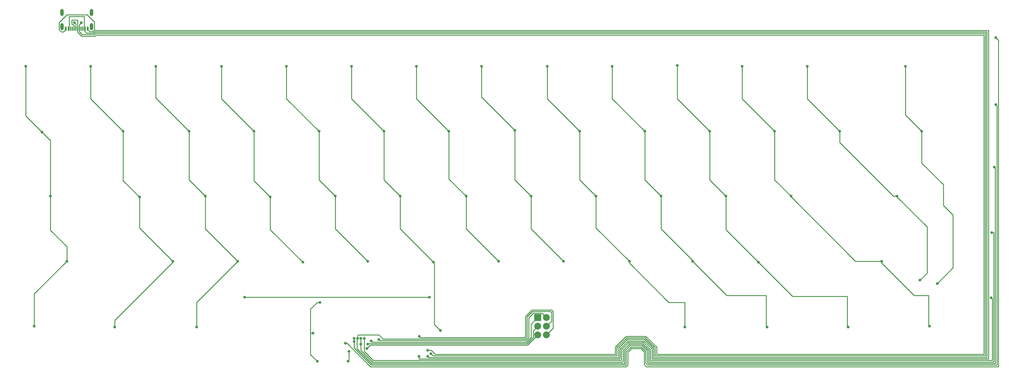
<source format=gbr>
%TF.GenerationSoftware,KiCad,Pcbnew,(6.0.8)*%
%TF.CreationDate,2023-01-01T11:03:00+00:00*%
%TF.ProjectId,USBKB,5553424b-422e-46b6-9963-61645f706362,rev?*%
%TF.SameCoordinates,Original*%
%TF.FileFunction,Copper,L1,Top*%
%TF.FilePolarity,Positive*%
%FSLAX46Y46*%
G04 Gerber Fmt 4.6, Leading zero omitted, Abs format (unit mm)*
G04 Created by KiCad (PCBNEW (6.0.8)) date 2023-01-01 11:03:00*
%MOMM*%
%LPD*%
G01*
G04 APERTURE LIST*
%TA.AperFunction,ComponentPad*%
%ADD10O,1.000000X2.100000*%
%TD*%
%TA.AperFunction,SMDPad,CuDef*%
%ADD11R,0.600000X1.150000*%
%TD*%
%TA.AperFunction,SMDPad,CuDef*%
%ADD12R,0.300000X1.150000*%
%TD*%
%TA.AperFunction,ComponentPad*%
%ADD13R,2.000000X2.000000*%
%TD*%
%TA.AperFunction,ComponentPad*%
%ADD14C,2.000000*%
%TD*%
%TA.AperFunction,ViaPad*%
%ADD15C,0.800000*%
%TD*%
%TA.AperFunction,Conductor*%
%ADD16C,0.250000*%
%TD*%
G04 APERTURE END LIST*
D10*
%TO.P,U1,*%
%TO.N,*%
X45220002Y-26945000D03*
X36580002Y-26945000D03*
X36580002Y-22765000D03*
X45220002Y-22765000D03*
D11*
%TO.P,U1,A1/B12,GND*%
%TO.N,Net-(C1-Pad1)*%
X44100002Y-27520000D03*
%TO.P,U1,A4/B9,VBUS*%
%TO.N,Net-(U1-PadA4/B9)*%
X43300002Y-27520000D03*
D12*
%TO.P,U1,A5,CC1*%
%TO.N,unconnected-(U1-PadA5)*%
X42150002Y-27520000D03*
%TO.P,U1,A6,DP*%
%TO.N,Net-(R1-Pad2)*%
X41150002Y-27520000D03*
%TO.P,U1,A7,DN*%
%TO.N,Net-(R2-Pad2)*%
X40650002Y-27520000D03*
%TO.P,U1,A8,SBU1*%
%TO.N,unconnected-(U1-PadA8)*%
X39650002Y-27520000D03*
D11*
%TO.P,U1,B1/A12,GND*%
%TO.N,Net-(C1-Pad1)*%
X37700002Y-27520000D03*
%TO.P,U1,B4/A9,VBUS*%
%TO.N,Net-(U1-PadA4/B9)*%
X38500002Y-27520000D03*
D12*
%TO.P,U1,B5,CC2*%
%TO.N,unconnected-(U1-PadB5)*%
X39150002Y-27520000D03*
%TO.P,U1,B6,DP*%
%TO.N,Net-(R1-Pad2)*%
X40150002Y-27520000D03*
%TO.P,U1,B7,DN*%
%TO.N,Net-(R2-Pad2)*%
X41650002Y-27520000D03*
%TO.P,U1,B8,SUB2*%
%TO.N,unconnected-(U1-PadB8)*%
X42650002Y-27520000D03*
%TD*%
D13*
%TO.P,U2,1,MISO*%
%TO.N,/ROW1*%
X175730000Y-111960000D03*
D14*
%TO.P,U2,2,Vcc*%
%TO.N,Net-(U1-PadA4/B9)*%
X178270000Y-111960000D03*
%TO.P,U2,3,SCK*%
%TO.N,/ROW3*%
X175730000Y-114500000D03*
%TO.P,U2,4,MOSI*%
%TO.N,/ROW2*%
X178270000Y-114500000D03*
%TO.P,U2,5,RST*%
%TO.N,Net-(U2-Pad5)*%
X175730000Y-117040000D03*
%TO.P,U2,6,GND*%
%TO.N,Net-(C1-Pad1)*%
X178270000Y-117040000D03*
%TD*%
D15*
%TO.N,Net-(C1-Pad1)*%
X141000000Y-123250000D03*
X141050000Y-117475500D03*
%TO.N,/ROW2*%
X123000000Y-118000000D03*
X309225500Y-68000000D03*
%TO.N,/COL1*%
X54500000Y-57500000D03*
X69000000Y-95500000D03*
X59250000Y-76750000D03*
X52000000Y-114750000D03*
X44997978Y-38493818D03*
%TO.N,/COL11*%
X290250000Y-114500000D03*
X249750000Y-76500000D03*
X276250000Y-95500000D03*
X245000000Y-57500000D03*
X235500000Y-38500000D03*
%TO.N,/ROW3*%
X308500000Y-87175000D03*
X124000000Y-118000000D03*
X125975402Y-119725402D03*
X124000000Y-119750000D03*
%TO.N,/COL5*%
X145250000Y-95750000D03*
X135500000Y-76500000D03*
X130750000Y-57500000D03*
X147250000Y-115750000D03*
X121250000Y-38500000D03*
%TO.N,/ROW1*%
X122000000Y-119000000D03*
X122000000Y-118000000D03*
X127000000Y-118825500D03*
X309620495Y-49675000D03*
%TO.N,/COL13*%
X288000000Y-57500000D03*
X283250000Y-38500000D03*
X292500000Y-102000000D03*
%TO.N,/ROW0*%
X119500000Y-119500000D03*
X309620495Y-30175000D03*
%TO.N,/COL3*%
X83248960Y-38499999D03*
X107000000Y-95750000D03*
X97500000Y-76750000D03*
X92750000Y-57500000D03*
%TO.N,/COL0*%
X28500000Y-114500000D03*
X38000000Y-95500000D03*
X26000000Y-38500000D03*
X30750000Y-57750000D03*
X33250000Y-76500000D03*
%TO.N,/COL8*%
X178500000Y-38500000D03*
X218750000Y-114750000D03*
X202500000Y-95500000D03*
X188000000Y-57500000D03*
X192750000Y-76500000D03*
%TO.N,/COL12*%
X264000000Y-57500000D03*
X287500000Y-101000000D03*
X280750000Y-76500000D03*
X254500000Y-38500000D03*
%TO.N,/COL4*%
X126000000Y-95500000D03*
X116500000Y-76500000D03*
X111750000Y-57500000D03*
X102250000Y-38500000D03*
%TO.N,/ROW4*%
X308325500Y-106175000D03*
X144000000Y-106000000D03*
X125000000Y-118000000D03*
X90000000Y-106000000D03*
%TO.N,/COL10*%
X216500000Y-38250000D03*
X226000000Y-57500000D03*
X230750000Y-76500000D03*
X266500000Y-114750000D03*
X240250000Y-95750000D03*
%TO.N,/COL6*%
X154750000Y-76500000D03*
X149750000Y-57500000D03*
X164250000Y-95500000D03*
X140250000Y-38500000D03*
%TO.N,/COL7*%
X159250000Y-38500000D03*
X169000000Y-57250000D03*
X183250000Y-95500000D03*
X173750000Y-76500000D03*
%TO.N,/COL9*%
X221000000Y-95500000D03*
X242750000Y-114750000D03*
X207000000Y-57500000D03*
X197500000Y-38500000D03*
X211750000Y-76500000D03*
%TO.N,/COL2*%
X88000000Y-95500000D03*
X63999364Y-38493818D03*
X78500000Y-76500000D03*
X76000000Y-114750000D03*
X73750000Y-57500000D03*
%TO.N,Net-(R1-Pad2)*%
X143500000Y-121500000D03*
%TO.N,Net-(R2-Pad2)*%
X40264720Y-25735132D03*
X42250000Y-25750000D03*
X144500000Y-122500000D03*
%TO.N,Net-(U2-Pad5)*%
X125737701Y-120987701D03*
%TO.N,Net-(U1-PadA4/B9)*%
X111250000Y-124750000D03*
X120250000Y-124750000D03*
X110000000Y-116500000D03*
X112000000Y-107500000D03*
X143500000Y-123325500D03*
X129250000Y-118375500D03*
X120500000Y-121825500D03*
%TD*%
D16*
%TO.N,Net-(C1-Pad1)*%
X35755002Y-27836726D02*
X35755002Y-25744998D01*
X307450000Y-124050000D02*
X305250000Y-124050000D01*
X36418276Y-28500000D02*
X35755002Y-27836726D01*
X46090004Y-28000000D02*
X307250000Y-28000000D01*
X46045002Y-27954998D02*
X45655000Y-28345000D01*
X141324500Y-117750000D02*
X141050000Y-117475500D01*
X38000000Y-23500000D02*
X44000000Y-23500000D01*
X305250000Y-124050000D02*
X209110806Y-124050000D01*
X44000000Y-23500000D02*
X46045002Y-25545002D01*
X199750000Y-121188471D02*
X199750000Y-124000000D01*
X206755238Y-118760699D02*
X202177772Y-118760699D01*
X180000000Y-124050000D02*
X141000000Y-124050000D01*
X46045002Y-27954998D02*
X46090004Y-28000000D01*
X37000000Y-28500000D02*
X36418276Y-28500000D01*
X46045002Y-25545002D02*
X46045002Y-27954998D01*
X180200000Y-110200000D02*
X179735000Y-109735000D01*
X37700002Y-27520000D02*
X37700002Y-27799998D01*
X174032208Y-109735000D02*
X172155406Y-111611802D01*
X199700000Y-124050000D02*
X180000000Y-124050000D01*
X179735000Y-109735000D02*
X174032208Y-109735000D01*
X180200000Y-115110000D02*
X180200000Y-110200000D01*
X45655000Y-28345000D02*
X44650002Y-28345000D01*
X178270000Y-117040000D02*
X180200000Y-115110000D01*
X44100002Y-27795000D02*
X44100002Y-27520000D01*
X199750000Y-124000000D02*
X199700000Y-124050000D01*
X172155406Y-111611802D02*
X172155406Y-117432614D01*
X171838020Y-117750000D02*
X141324500Y-117750000D01*
X209110806Y-124000000D02*
X209110806Y-121116267D01*
X307500000Y-38500000D02*
X307500000Y-124000000D01*
X37700002Y-27799998D02*
X37000000Y-28500000D01*
X141000000Y-124050000D02*
X141000000Y-123250000D01*
X307500000Y-28000000D02*
X307500000Y-38500000D01*
X44650002Y-28345000D02*
X44100002Y-27795000D01*
X172155406Y-117432614D02*
X171838020Y-117750000D01*
X307500000Y-124000000D02*
X307450000Y-124050000D01*
X209110806Y-121116267D02*
X206755238Y-118760699D01*
X35755002Y-25744998D02*
X38000000Y-23500000D01*
X307250000Y-28000000D02*
X307500000Y-28000000D01*
X202177772Y-118760699D02*
X199750000Y-121188471D01*
X209110806Y-124050000D02*
X209110806Y-124000000D01*
%TO.N,/ROW2*%
X309500000Y-68274500D02*
X309225500Y-68000000D01*
X122886396Y-121113604D02*
X122886396Y-118113604D01*
X123000000Y-117250000D02*
X123000000Y-118000000D01*
X179435000Y-110185000D02*
X174218604Y-110185000D01*
X201100000Y-125400000D02*
X201100000Y-121747659D01*
X202736960Y-120110699D02*
X206196050Y-120110699D01*
X179750000Y-110500000D02*
X179435000Y-110185000D01*
X201100000Y-121747659D02*
X202736960Y-120110699D01*
X172024416Y-118200000D02*
X130450000Y-118200000D01*
X207760806Y-121675455D02*
X207760806Y-125085806D01*
X172605406Y-117619010D02*
X172024416Y-118200000D01*
X309500000Y-125400000D02*
X309500000Y-68274500D01*
X174218604Y-110185000D02*
X172605406Y-111798198D01*
X208075000Y-125400000D02*
X309500000Y-125400000D01*
X207760806Y-125085806D02*
X208075000Y-125400000D01*
X127172792Y-125400000D02*
X122886396Y-121113604D01*
X127422792Y-125400000D02*
X201100000Y-125400000D01*
X122886396Y-118113604D02*
X123000000Y-118000000D01*
X123250000Y-117000000D02*
X123000000Y-117250000D01*
X127422792Y-125400000D02*
X127172792Y-125400000D01*
X172605406Y-111798198D02*
X172605406Y-117619010D01*
X179750000Y-113020000D02*
X179750000Y-110500000D01*
X130450000Y-118200000D02*
X129250000Y-117000000D01*
X178270000Y-114500000D02*
X179750000Y-113020000D01*
X206196050Y-120110699D02*
X207760806Y-121675455D01*
X129250000Y-117000000D02*
X123250000Y-117000000D01*
%TO.N,/COL1*%
X54500000Y-57500000D02*
X54500000Y-72000000D01*
X52000000Y-112761059D02*
X52000000Y-114750000D01*
X59250000Y-76750000D02*
X59250000Y-85750000D01*
X44997978Y-47997978D02*
X54500000Y-57500000D01*
X54500000Y-72000000D02*
X59250000Y-76750000D01*
X59250000Y-85750000D02*
X69000000Y-95500000D01*
X44997978Y-38493818D02*
X44997978Y-47997978D01*
X69000000Y-95500000D02*
X69000000Y-95761059D01*
X69000000Y-95761059D02*
X52000000Y-112761059D01*
%TO.N,/COL11*%
X235500000Y-48000000D02*
X245000000Y-57500000D01*
X276250000Y-95500000D02*
X276250000Y-95990764D01*
X285759236Y-105500000D02*
X290000000Y-105500000D01*
X245000000Y-57500000D02*
X245000000Y-71750000D01*
X290000000Y-114250000D02*
X290250000Y-114500000D01*
X249750000Y-76634764D02*
X268615236Y-95500000D01*
X268615236Y-95500000D02*
X276250000Y-95500000D01*
X249750000Y-76500000D02*
X249750000Y-76634764D01*
X276250000Y-95990764D02*
X285759236Y-105500000D01*
X235500000Y-38500000D02*
X235500000Y-48000000D01*
X245000000Y-71750000D02*
X249750000Y-76500000D01*
X290000000Y-105500000D02*
X290000000Y-114250000D01*
%TO.N,/ROW3*%
X124000000Y-119750000D02*
X124000000Y-118000000D01*
X309050000Y-124950000D02*
X309050000Y-87175000D01*
X171000000Y-119550000D02*
X127000000Y-119550000D01*
X200386396Y-124950000D02*
X200650000Y-124686396D01*
X127450000Y-124950000D02*
X124000000Y-121500000D01*
X200650000Y-124686396D02*
X200650000Y-121561263D01*
X172583604Y-119550000D02*
X171000000Y-119550000D01*
X208261396Y-124950000D02*
X309050000Y-124950000D01*
X200650000Y-121561263D02*
X202550564Y-119660699D01*
X174066802Y-118066802D02*
X172583604Y-119550000D01*
X127609188Y-124950000D02*
X200386396Y-124950000D01*
X208210806Y-121489059D02*
X208210806Y-124899410D01*
X124000000Y-121500000D02*
X124000000Y-119750000D01*
X126150804Y-119550000D02*
X125975402Y-119725402D01*
X206382446Y-119660699D02*
X208210806Y-121489059D01*
X127609188Y-124950000D02*
X127450000Y-124950000D01*
X174405000Y-117728604D02*
X174066802Y-118066802D01*
X127000000Y-119550000D02*
X126150804Y-119550000D01*
X208210806Y-124899410D02*
X208261396Y-124950000D01*
X309050000Y-87175000D02*
X308500000Y-87175000D01*
X174405000Y-115825000D02*
X174405000Y-117728604D01*
X175730000Y-114500000D02*
X174405000Y-115825000D01*
X202550564Y-119660699D02*
X206382446Y-119660699D01*
%TO.N,/COL5*%
X145500000Y-114000000D02*
X147250000Y-115750000D01*
X121250000Y-38500000D02*
X121250000Y-48000000D01*
X121250000Y-48000000D02*
X130750000Y-57500000D01*
X135500000Y-76500000D02*
X135500000Y-86000000D01*
X135500000Y-86000000D02*
X145250000Y-95750000D01*
X145500000Y-96000000D02*
X145500000Y-114000000D01*
X145250000Y-95750000D02*
X145500000Y-96000000D01*
X130750000Y-71750000D02*
X135500000Y-76500000D01*
X130750000Y-57500000D02*
X130750000Y-71750000D01*
%TO.N,/ROW1*%
X122000000Y-120863604D02*
X122000000Y-119000000D01*
X206009654Y-120560699D02*
X202923356Y-120560699D01*
X122000000Y-119000000D02*
X122000000Y-118000000D01*
X207310806Y-125322202D02*
X207310806Y-121861851D01*
X173748604Y-113941396D02*
X173748604Y-117748604D01*
X201550000Y-125613604D02*
X201313604Y-125850000D01*
X127274500Y-119100000D02*
X127000000Y-118825500D01*
X207310806Y-121861851D02*
X206009654Y-120560699D01*
X202923356Y-120560699D02*
X201550000Y-121934055D01*
X175730000Y-111960000D02*
X173748604Y-113941396D01*
X201550000Y-121934055D02*
X201550000Y-125613604D01*
X309675000Y-49675000D02*
X309950000Y-49950000D01*
X309620495Y-49675000D02*
X309675000Y-49675000D01*
X309950000Y-125850000D02*
X207838604Y-125850000D01*
X309950000Y-49950000D02*
X309950000Y-125850000D01*
X201313604Y-125850000D02*
X126986396Y-125850000D01*
X126986396Y-125850000D02*
X122000000Y-120863604D01*
X171500000Y-119100000D02*
X127274500Y-119100000D01*
X172397208Y-119100000D02*
X171500000Y-119100000D01*
X173748604Y-117748604D02*
X172397208Y-119100000D01*
X207838604Y-125850000D02*
X207310806Y-125322202D01*
%TO.N,/COL13*%
X297095006Y-90154994D02*
X297095006Y-97404994D01*
X283250000Y-38500000D02*
X283250000Y-52750000D01*
X294299006Y-73072993D02*
X294299006Y-79200994D01*
X297095006Y-97404994D02*
X292500000Y-102000000D01*
X283250000Y-52750000D02*
X288000000Y-57500000D01*
X294299006Y-79200994D02*
X297095006Y-81996994D01*
X288000000Y-66773987D02*
X294299006Y-73072993D01*
X297095006Y-81996994D02*
X297095006Y-90154994D01*
X288000000Y-57500000D02*
X288000000Y-66773987D01*
%TO.N,/ROW0*%
X203109752Y-121010699D02*
X205823258Y-121010699D01*
X207475000Y-126300000D02*
X310400000Y-126300000D01*
X206860806Y-125685806D02*
X207475000Y-126300000D01*
X120000000Y-119500000D02*
X126800000Y-126300000D01*
X310400000Y-126300000D02*
X310400000Y-30954505D01*
X206860806Y-122048247D02*
X206860806Y-125685806D01*
X310400000Y-30954505D02*
X309620495Y-30175000D01*
X201500000Y-126300000D02*
X202000000Y-125800000D01*
X119500000Y-119500000D02*
X120000000Y-119500000D01*
X126800000Y-126300000D02*
X201500000Y-126300000D01*
X202000000Y-122120451D02*
X203109752Y-121010699D01*
X205823258Y-121010699D02*
X206860806Y-122048247D01*
X202000000Y-125800000D02*
X202000000Y-122120451D01*
%TO.N,/COL3*%
X92750000Y-57500000D02*
X92750000Y-72000000D01*
X97500000Y-86250000D02*
X107000000Y-95750000D01*
X92750000Y-72000000D02*
X97500000Y-76750000D01*
X83248960Y-47998960D02*
X92750000Y-57500000D01*
X83248960Y-38499999D02*
X83248960Y-47998960D01*
X97500000Y-76750000D02*
X97500000Y-86250000D01*
%TO.N,/COL0*%
X28500000Y-105000000D02*
X28500000Y-114500000D01*
X33250000Y-76500000D02*
X33250000Y-86463277D01*
X33250000Y-86463277D02*
X38000000Y-91213277D01*
X38000000Y-95500000D02*
X28500000Y-105000000D01*
X26000000Y-53000000D02*
X30750000Y-57750000D01*
X33250000Y-60250000D02*
X33250000Y-76500000D01*
X26000000Y-38500000D02*
X26000000Y-53000000D01*
X38000000Y-91213277D02*
X38000000Y-95500000D01*
X30750000Y-57750000D02*
X33250000Y-60250000D01*
%TO.N,/COL8*%
X178500000Y-48000000D02*
X188000000Y-57500000D01*
X188000000Y-71750000D02*
X192750000Y-76500000D01*
X192750000Y-85750000D02*
X202500000Y-95500000D01*
X213940236Y-107500000D02*
X218750000Y-107500000D01*
X202500000Y-96059764D02*
X213940236Y-107500000D01*
X218750000Y-107500000D02*
X218750000Y-114750000D01*
X202500000Y-95500000D02*
X202500000Y-96059764D01*
X178500000Y-38500000D02*
X178500000Y-48000000D01*
X192750000Y-76500000D02*
X192750000Y-85750000D01*
X188000000Y-57500000D02*
X188000000Y-71750000D01*
%TO.N,/COL12*%
X289537006Y-85465770D02*
X289537006Y-96712994D01*
X254500000Y-48000000D02*
X264000000Y-57500000D01*
X280750000Y-76500000D02*
X280750000Y-76678764D01*
X280750000Y-76678764D02*
X289537006Y-85465770D01*
X279708287Y-76500000D02*
X280750000Y-76500000D01*
X289537006Y-98962994D02*
X287500000Y-101000000D01*
X264000000Y-60791713D02*
X279708287Y-76500000D01*
X289537006Y-96712994D02*
X289537006Y-98962994D01*
X264000000Y-57500000D02*
X264000000Y-60791713D01*
X254500000Y-38500000D02*
X254500000Y-48000000D01*
%TO.N,/COL4*%
X111750000Y-71750000D02*
X116500000Y-76500000D01*
X102250000Y-38500000D02*
X102250000Y-48000000D01*
X111750000Y-57500000D02*
X111750000Y-71750000D01*
X116500000Y-76500000D02*
X116500000Y-86000000D01*
X116500000Y-86000000D02*
X126000000Y-95500000D01*
X102250000Y-48000000D02*
X111750000Y-57500000D01*
%TO.N,/ROW4*%
X90000000Y-106000000D02*
X144000000Y-106000000D01*
X128045584Y-124500000D02*
X200200000Y-124500000D01*
X128000000Y-124500000D02*
X127636396Y-124500000D01*
X200200000Y-124500000D02*
X200200000Y-121374867D01*
X308600000Y-106449500D02*
X308325500Y-106175000D01*
X308600000Y-124500000D02*
X308600000Y-106449500D01*
X127636396Y-124500000D02*
X125000000Y-121863604D01*
X208660806Y-124500000D02*
X308600000Y-124500000D01*
X125000000Y-121863604D02*
X125000000Y-118000000D01*
X208660806Y-121302663D02*
X208660806Y-124500000D01*
X206568842Y-119210699D02*
X208660806Y-121302663D01*
X202364168Y-119210699D02*
X206568842Y-119210699D01*
X200200000Y-121374867D02*
X202364168Y-119210699D01*
%TO.N,/COL10*%
X216500000Y-38250000D02*
X216500000Y-48000000D01*
X230750000Y-76500000D02*
X230750000Y-86250000D01*
X226000000Y-57500000D02*
X226000000Y-71750000D01*
X266250000Y-114500000D02*
X266500000Y-114750000D01*
X266250000Y-105750000D02*
X266250000Y-114500000D01*
X240250000Y-95750000D02*
X250250000Y-105750000D01*
X250250000Y-105750000D02*
X266250000Y-105750000D01*
X230750000Y-86250000D02*
X240250000Y-95750000D01*
X226000000Y-71750000D02*
X230750000Y-76500000D01*
X216500000Y-48000000D02*
X226000000Y-57500000D01*
%TO.N,/COL6*%
X149750000Y-71500000D02*
X154750000Y-76500000D01*
X149750000Y-57500000D02*
X149750000Y-71500000D01*
X154750000Y-86000000D02*
X164250000Y-95500000D01*
X154750000Y-76500000D02*
X154750000Y-86000000D01*
X140250000Y-48000000D02*
X149750000Y-57500000D01*
X140250000Y-38500000D02*
X140250000Y-48000000D01*
%TO.N,/COL7*%
X159250000Y-38500000D02*
X159250000Y-47500000D01*
X173750000Y-76500000D02*
X173750000Y-86000000D01*
X169000000Y-57250000D02*
X169000000Y-71750000D01*
X169000000Y-71750000D02*
X173750000Y-76500000D01*
X159250000Y-47500000D02*
X169000000Y-57250000D01*
X173750000Y-86000000D02*
X183250000Y-95500000D01*
%TO.N,/COL9*%
X197500000Y-38500000D02*
X197500000Y-48000000D01*
X207000000Y-57500000D02*
X207000000Y-71750000D01*
X197500000Y-48000000D02*
X207000000Y-57500000D01*
X230990236Y-105500000D02*
X242500000Y-105500000D01*
X242500000Y-105500000D02*
X242500000Y-114500000D01*
X211750000Y-86000000D02*
X211750000Y-76500000D01*
X221000000Y-95250000D02*
X211750000Y-86000000D01*
X242500000Y-114500000D02*
X242750000Y-114750000D01*
X207000000Y-71750000D02*
X211750000Y-76500000D01*
X221000000Y-95509764D02*
X230990236Y-105500000D01*
%TO.N,/COL2*%
X78500000Y-86000000D02*
X88000000Y-95500000D01*
X88000000Y-95500000D02*
X76000000Y-107500000D01*
X63999364Y-47749364D02*
X73750000Y-57500000D01*
X78500000Y-76500000D02*
X78500000Y-86000000D01*
X63999364Y-38493818D02*
X63999364Y-47749364D01*
X73750000Y-57500000D02*
X73750000Y-71750000D01*
X73750000Y-71750000D02*
X78500000Y-76500000D01*
X76000000Y-107500000D02*
X76000000Y-114750000D01*
%TO.N,Net-(R1-Pad2)*%
X41150002Y-28531396D02*
X42313606Y-29695000D01*
X200613604Y-118363604D02*
X198400000Y-120577208D01*
X46559188Y-29350000D02*
X49500000Y-29350000D01*
X210500000Y-122700000D02*
X210460806Y-122700000D01*
X40150002Y-26645000D02*
X39755002Y-26250000D01*
X42313606Y-29695000D02*
X44250000Y-29695000D01*
X39755002Y-26250000D02*
X39500000Y-26250000D01*
X49500000Y-29350000D02*
X306000000Y-29350000D01*
X46214188Y-29695000D02*
X46477792Y-29431396D01*
X306100000Y-29350000D02*
X306150000Y-29400000D01*
X306150000Y-122700000D02*
X210500000Y-122700000D01*
X210460806Y-120557079D02*
X207314426Y-117410699D01*
X198400000Y-120577208D02*
X198400000Y-122700000D01*
X306150000Y-122500000D02*
X306150000Y-122700000D01*
X41175002Y-25324998D02*
X41175002Y-27000000D01*
X306150000Y-29400000D02*
X306150000Y-29500000D01*
X201566509Y-117410699D02*
X200613604Y-118363604D01*
X46477792Y-29431396D02*
X46559188Y-29350000D01*
X306150000Y-29500000D02*
X306150000Y-122500000D01*
X144800305Y-121775000D02*
X144525305Y-121500000D01*
X41000000Y-25000000D02*
X41250000Y-25250000D01*
X210460806Y-122700000D02*
X210460806Y-120557079D01*
X181750000Y-122700000D02*
X145700000Y-122700000D01*
X44250000Y-29695000D02*
X46214188Y-29695000D01*
X41250000Y-25250000D02*
X41175002Y-25324998D01*
X145500000Y-122500000D02*
X145500000Y-122474695D01*
X145700000Y-122700000D02*
X145500000Y-122500000D01*
X145500000Y-122474695D02*
X144800305Y-121775000D01*
X198400000Y-122700000D02*
X181750000Y-122700000D01*
X144525305Y-121500000D02*
X143500000Y-121500000D01*
X39500000Y-25000000D02*
X41000000Y-25000000D01*
X41150002Y-27520000D02*
X41150002Y-28531396D01*
X39500000Y-26250000D02*
X39500000Y-25000000D01*
X40150002Y-27520000D02*
X40150002Y-26645000D01*
X306000000Y-29350000D02*
X306100000Y-29350000D01*
X207314426Y-117410699D02*
X201566509Y-117410699D01*
%TO.N,Net-(R2-Pad2)*%
X46027792Y-29245000D02*
X46372792Y-28900000D01*
X207128030Y-117860699D02*
X201752905Y-117860699D01*
X41650002Y-27520000D02*
X41650002Y-28395000D01*
X42500002Y-29245000D02*
X46027792Y-29245000D01*
X210010806Y-120743475D02*
X207128030Y-117860699D01*
X41650002Y-26349998D02*
X41650002Y-27520000D01*
X145150000Y-123150000D02*
X144500000Y-122500000D01*
X41650002Y-28395000D02*
X42500002Y-29245000D01*
X201752905Y-117860699D02*
X198850000Y-120763604D01*
X46372792Y-28900000D02*
X306600000Y-28900000D01*
X40650002Y-26120414D02*
X40264720Y-25735132D01*
X210010806Y-123150000D02*
X210010806Y-120743475D01*
X198850000Y-120763604D02*
X198850000Y-123150000D01*
X42250000Y-25750000D02*
X41650002Y-26349998D01*
X198850000Y-123150000D02*
X145150000Y-123150000D01*
X306600000Y-123150000D02*
X210010806Y-123150000D01*
X306600000Y-28900000D02*
X306600000Y-123150000D01*
X40650002Y-27520000D02*
X40650002Y-26120414D01*
%TO.N,Net-(U2-Pad5)*%
X172770000Y-120000000D02*
X175730000Y-117040000D01*
X126725402Y-120000000D02*
X172770000Y-120000000D01*
X125737701Y-120987701D02*
X126725402Y-120000000D01*
%TO.N,Net-(U1-PadA4/B9)*%
X306500000Y-28450000D02*
X307000000Y-28450000D01*
X109250000Y-109500000D02*
X111250000Y-107500000D01*
X38710003Y-26734950D02*
X38500002Y-26944951D01*
X209560806Y-123600000D02*
X209560806Y-120929871D01*
X307000000Y-28450000D02*
X307050000Y-28500000D01*
X45841396Y-28795000D02*
X46105000Y-28531396D01*
X307050000Y-76500000D02*
X307050000Y-123600000D01*
X174405000Y-110635000D02*
X176945000Y-110635000D01*
X120500000Y-121825500D02*
X120500000Y-124500000D01*
X180500000Y-123600000D02*
X143774500Y-123600000D01*
X305750000Y-123600000D02*
X209560806Y-123600000D01*
X109250000Y-122750000D02*
X109250000Y-116500000D01*
X199300000Y-120950000D02*
X199300000Y-123600000D01*
X129250000Y-118375500D02*
X129524500Y-118650000D01*
X46186396Y-28450000D02*
X47250000Y-28450000D01*
X43090001Y-26734950D02*
X43090001Y-23950000D01*
X201939301Y-118310699D02*
X199300000Y-120950000D01*
X307050000Y-30250000D02*
X307050000Y-76500000D01*
X129524500Y-118650000D02*
X172210812Y-118650000D01*
X43750002Y-28795000D02*
X45500000Y-28795000D01*
X173055406Y-111984594D02*
X174405000Y-110635000D01*
X47250000Y-28450000D02*
X93000000Y-28450000D01*
X176000000Y-28450000D02*
X306500000Y-28450000D01*
X143774500Y-123600000D02*
X143500000Y-123325500D01*
X43300002Y-26944951D02*
X43090001Y-26734950D01*
X43300002Y-28345000D02*
X43750002Y-28795000D01*
X176945000Y-110635000D02*
X178270000Y-111960000D01*
X110000000Y-116500000D02*
X109250000Y-116500000D01*
X111250000Y-107500000D02*
X112000000Y-107500000D01*
X46105000Y-28531396D02*
X46186396Y-28450000D01*
X111250000Y-124750000D02*
X109250000Y-122750000D01*
X93000000Y-28450000D02*
X176000000Y-28450000D01*
X209560806Y-120929871D02*
X206941634Y-118310699D01*
X43300002Y-27520000D02*
X43300002Y-28345000D01*
X43300002Y-27520000D02*
X43300002Y-26944951D01*
X307050000Y-123600000D02*
X305750000Y-123600000D01*
X38500002Y-26944951D02*
X38500002Y-27520000D01*
X43090001Y-23950000D02*
X38710003Y-23950000D01*
X109250000Y-116500000D02*
X109250000Y-109500000D01*
X199300000Y-123600000D02*
X180500000Y-123600000D01*
X206941634Y-118310699D02*
X201939301Y-118310699D01*
X172210812Y-118650000D02*
X173055406Y-117805406D01*
X173055406Y-117805406D02*
X173055406Y-111984594D01*
X45500000Y-28795000D02*
X45841396Y-28795000D01*
X120500000Y-124500000D02*
X120250000Y-124750000D01*
X307050000Y-28500000D02*
X307050000Y-30250000D01*
X38710003Y-23950000D02*
X38710003Y-26734950D01*
%TD*%
M02*

</source>
